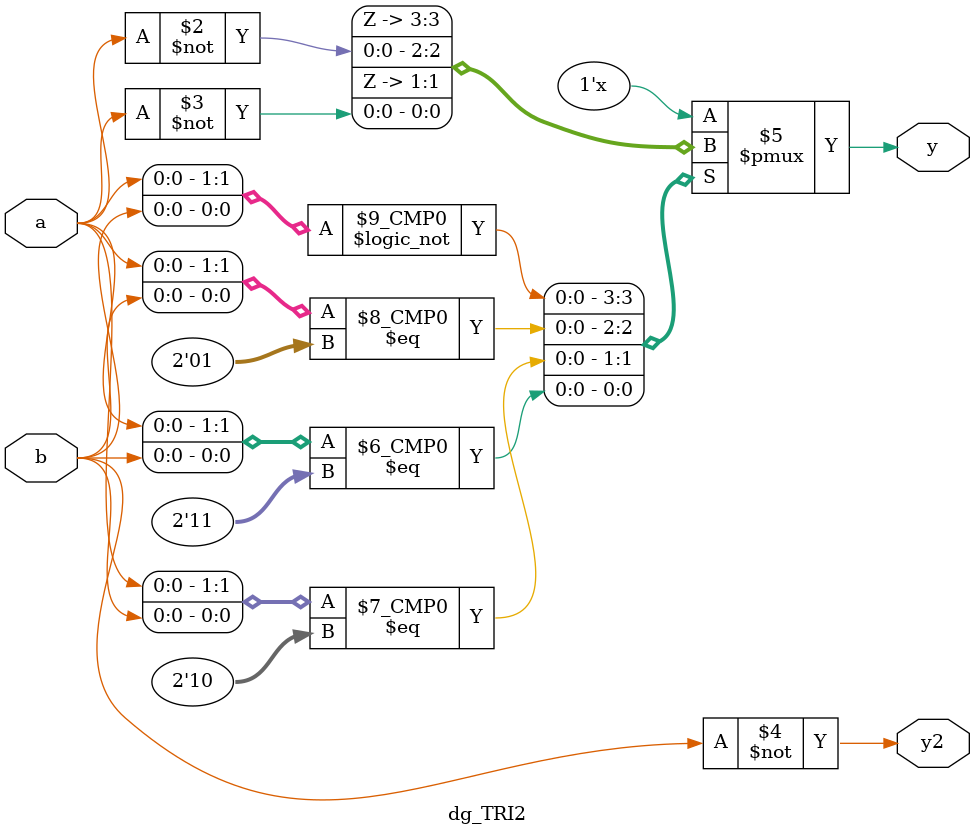
<source format=v>
/** 
 * This is a Verilog implementation for a gate of type TRI2.
 */

// XXX not sure if it is a tri1

module dg_TRI2 (
  a, b, 
  y, y2
);

  // input ports
  input a;
  input b;

  // output ports
  output y;
  output y2;

  reg y;

  always @*
    begin
      y = 1'bz; // default
      case({a, b})
        2'b00 : y = 1'bz;
        2'b01 : y = ~a;
        2'b10 : y = 1'bz;
        2'b11 : y = ~a;
      endcase
    end


  assign y2 = ~b;


endmodule

















</source>
